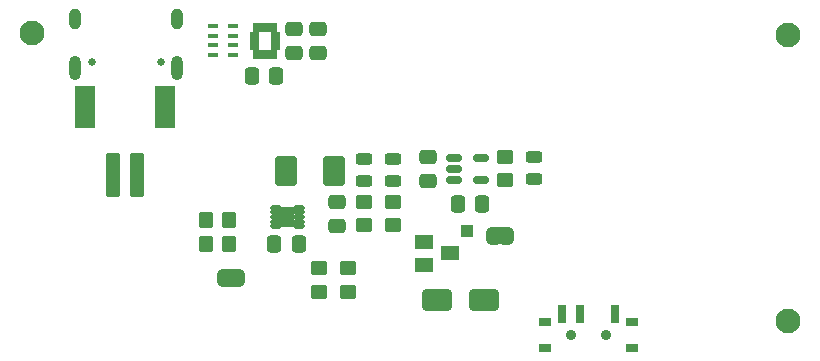
<source format=gbr>
%TF.GenerationSoftware,KiCad,Pcbnew,9.0.2*%
%TF.CreationDate,2025-11-18T20:52:18-03:00*%
%TF.ProjectId,Smart_insoles_2025_v1,536d6172-745f-4696-9e73-6f6c65735f32,rev?*%
%TF.SameCoordinates,Original*%
%TF.FileFunction,Soldermask,Bot*%
%TF.FilePolarity,Negative*%
%FSLAX46Y46*%
G04 Gerber Fmt 4.6, Leading zero omitted, Abs format (unit mm)*
G04 Created by KiCad (PCBNEW 9.0.2) date 2025-11-18 20:52:18*
%MOMM*%
%LPD*%
G01*
G04 APERTURE LIST*
G04 Aperture macros list*
%AMRoundRect*
0 Rectangle with rounded corners*
0 $1 Rounding radius*
0 $2 $3 $4 $5 $6 $7 $8 $9 X,Y pos of 4 corners*
0 Add a 4 corners polygon primitive as box body*
4,1,4,$2,$3,$4,$5,$6,$7,$8,$9,$2,$3,0*
0 Add four circle primitives for the rounded corners*
1,1,$1+$1,$2,$3*
1,1,$1+$1,$4,$5*
1,1,$1+$1,$6,$7*
1,1,$1+$1,$8,$9*
0 Add four rect primitives between the rounded corners*
20,1,$1+$1,$2,$3,$4,$5,0*
20,1,$1+$1,$4,$5,$6,$7,0*
20,1,$1+$1,$6,$7,$8,$9,0*
20,1,$1+$1,$8,$9,$2,$3,0*%
%AMFreePoly0*
4,1,23,0.500000,-0.750000,0.000000,-0.750000,0.000000,-0.745722,-0.065263,-0.745722,-0.191342,-0.711940,-0.304381,-0.646677,-0.396677,-0.554381,-0.461940,-0.441342,-0.495722,-0.315263,-0.495722,-0.250000,-0.500000,-0.250000,-0.500000,0.250000,-0.495722,0.250000,-0.495722,0.315263,-0.461940,0.441342,-0.396677,0.554381,-0.304381,0.646677,-0.191342,0.711940,-0.065263,0.745722,0.000000,0.745722,
0.000000,0.750000,0.500000,0.750000,0.500000,-0.750000,0.500000,-0.750000,$1*%
%AMFreePoly1*
4,1,23,0.000000,0.745722,0.065263,0.745722,0.191342,0.711940,0.304381,0.646677,0.396677,0.554381,0.461940,0.441342,0.495722,0.315263,0.495722,0.250000,0.500000,0.250000,0.500000,-0.250000,0.495722,-0.250000,0.495722,-0.315263,0.461940,-0.441342,0.396677,-0.554381,0.304381,-0.646677,0.191342,-0.711940,0.065263,-0.745722,0.000000,-0.745722,0.000000,-0.750000,-0.500000,-0.750000,
-0.500000,0.750000,0.000000,0.750000,0.000000,0.745722,0.000000,0.745722,$1*%
G04 Aperture macros list end*
%ADD10C,0.010000*%
%ADD11C,0.650000*%
%ADD12O,1.000000X2.100000*%
%ADD13O,1.000000X1.800000*%
%ADD14C,2.100000*%
%ADD15RoundRect,0.250000X0.337500X0.475000X-0.337500X0.475000X-0.337500X-0.475000X0.337500X-0.475000X0*%
%ADD16RoundRect,0.250000X0.450000X-0.350000X0.450000X0.350000X-0.450000X0.350000X-0.450000X-0.350000X0*%
%ADD17RoundRect,0.250000X0.350000X0.450000X-0.350000X0.450000X-0.350000X-0.450000X0.350000X-0.450000X0*%
%ADD18RoundRect,0.250000X-0.475000X0.337500X-0.475000X-0.337500X0.475000X-0.337500X0.475000X0.337500X0*%
%ADD19FreePoly0,0.000000*%
%ADD20FreePoly1,0.000000*%
%ADD21RoundRect,0.285750X0.666750X0.984250X-0.666750X0.984250X-0.666750X-0.984250X0.666750X-0.984250X0*%
%ADD22RoundRect,0.250000X1.000000X0.650000X-1.000000X0.650000X-1.000000X-0.650000X1.000000X-0.650000X0*%
%ADD23RoundRect,0.102000X-0.380000X-0.110000X0.380000X-0.110000X0.380000X0.110000X-0.380000X0.110000X0*%
%ADD24RoundRect,0.102000X-0.450000X-0.750000X0.450000X-0.750000X0.450000X0.750000X-0.450000X0.750000X0*%
%ADD25R,1.000000X1.000000*%
%ADD26R,1.000000X0.800000*%
%ADD27C,0.900000*%
%ADD28R,0.700000X1.500000*%
%ADD29RoundRect,0.250000X-0.337500X-0.475000X0.337500X-0.475000X0.337500X0.475000X-0.337500X0.475000X0*%
%ADD30R,0.900000X0.400000*%
%ADD31RoundRect,0.243750X-0.456250X0.243750X-0.456250X-0.243750X0.456250X-0.243750X0.456250X0.243750X0*%
%ADD32RoundRect,0.150000X-0.512500X-0.150000X0.512500X-0.150000X0.512500X0.150000X-0.512500X0.150000X0*%
%ADD33RoundRect,0.102000X-0.500000X-1.750000X0.500000X-1.750000X0.500000X1.750000X-0.500000X1.750000X0*%
%ADD34RoundRect,0.102000X-0.750000X-1.700000X0.750000X-1.700000X0.750000X1.700000X-0.750000X1.700000X0*%
%ADD35RoundRect,0.102000X0.700000X-0.500000X0.700000X0.500000X-0.700000X0.500000X-0.700000X-0.500000X0*%
G04 APERTURE END LIST*
%TO.C,JP2*%
G36*
X124350000Y-93200000D02*
G01*
X124650000Y-93200000D01*
X124650000Y-91700000D01*
X124350000Y-91700000D01*
X124350000Y-93200000D01*
G37*
%TO.C,JP1*%
G36*
X147125000Y-89600000D02*
G01*
X147425000Y-89600000D01*
X147425000Y-88100000D01*
X147125000Y-88100000D01*
X147125000Y-89600000D01*
G37*
D10*
%TO.C,U3*%
X126755000Y-72042500D02*
X126080000Y-72042500D01*
X126080000Y-71592500D01*
X126755000Y-71592500D01*
X126755000Y-72042500D01*
G36*
X126755000Y-72042500D02*
G01*
X126080000Y-72042500D01*
X126080000Y-71592500D01*
X126755000Y-71592500D01*
X126755000Y-72042500D01*
G37*
X126755000Y-72542500D02*
X126080000Y-72542500D01*
X126080000Y-72092500D01*
X126755000Y-72092500D01*
X126755000Y-72542500D01*
G36*
X126755000Y-72542500D02*
G01*
X126080000Y-72542500D01*
X126080000Y-72092500D01*
X126755000Y-72092500D01*
X126755000Y-72542500D01*
G37*
X126755000Y-73042500D02*
X126080000Y-73042500D01*
X126080000Y-72592500D01*
X126755000Y-72592500D01*
X126755000Y-73042500D01*
G36*
X126755000Y-73042500D02*
G01*
X126080000Y-73042500D01*
X126080000Y-72592500D01*
X126755000Y-72592500D01*
X126755000Y-73042500D01*
G37*
X126805000Y-71492500D02*
X126355000Y-71492500D01*
X126355000Y-70817500D01*
X126805000Y-70817500D01*
X126805000Y-71492500D01*
G36*
X126805000Y-71492500D02*
G01*
X126355000Y-71492500D01*
X126355000Y-70817500D01*
X126805000Y-70817500D01*
X126805000Y-71492500D01*
G37*
X126805000Y-73817500D02*
X126355000Y-73817500D01*
X126355000Y-73142500D01*
X126805000Y-73142500D01*
X126805000Y-73817500D01*
G36*
X126805000Y-73817500D02*
G01*
X126355000Y-73817500D01*
X126355000Y-73142500D01*
X126805000Y-73142500D01*
X126805000Y-73817500D01*
G37*
X127305000Y-71492500D02*
X126855000Y-71492500D01*
X126855000Y-70817500D01*
X127305000Y-70817500D01*
X127305000Y-71492500D01*
G36*
X127305000Y-71492500D02*
G01*
X126855000Y-71492500D01*
X126855000Y-70817500D01*
X127305000Y-70817500D01*
X127305000Y-71492500D01*
G37*
X127305000Y-73817500D02*
X126855000Y-73817500D01*
X126855000Y-73142500D01*
X127305000Y-73142500D01*
X127305000Y-73817500D01*
G36*
X127305000Y-73817500D02*
G01*
X126855000Y-73817500D01*
X126855000Y-73142500D01*
X127305000Y-73142500D01*
X127305000Y-73817500D01*
G37*
X127805000Y-71492500D02*
X127355000Y-71492500D01*
X127355000Y-70817500D01*
X127805000Y-70817500D01*
X127805000Y-71492500D01*
G36*
X127805000Y-71492500D02*
G01*
X127355000Y-71492500D01*
X127355000Y-70817500D01*
X127805000Y-70817500D01*
X127805000Y-71492500D01*
G37*
X127805000Y-73817500D02*
X127355000Y-73817500D01*
X127355000Y-73142500D01*
X127805000Y-73142500D01*
X127805000Y-73817500D01*
G36*
X127805000Y-73817500D02*
G01*
X127355000Y-73817500D01*
X127355000Y-73142500D01*
X127805000Y-73142500D01*
X127805000Y-73817500D01*
G37*
X128305000Y-71492500D02*
X127855000Y-71492500D01*
X127855000Y-70817500D01*
X128305000Y-70817500D01*
X128305000Y-71492500D01*
G36*
X128305000Y-71492500D02*
G01*
X127855000Y-71492500D01*
X127855000Y-70817500D01*
X128305000Y-70817500D01*
X128305000Y-71492500D01*
G37*
X128305000Y-73817500D02*
X127855000Y-73817500D01*
X127855000Y-73142500D01*
X128305000Y-73142500D01*
X128305000Y-73817500D01*
G36*
X128305000Y-73817500D02*
G01*
X127855000Y-73817500D01*
X127855000Y-73142500D01*
X128305000Y-73142500D01*
X128305000Y-73817500D01*
G37*
X128580000Y-72042500D02*
X127905000Y-72042500D01*
X127905000Y-71592500D01*
X128580000Y-71592500D01*
X128580000Y-72042500D01*
G36*
X128580000Y-72042500D02*
G01*
X127905000Y-72042500D01*
X127905000Y-71592500D01*
X128580000Y-71592500D01*
X128580000Y-72042500D01*
G37*
X128580000Y-72542500D02*
X127905000Y-72542500D01*
X127905000Y-72092500D01*
X128580000Y-72092500D01*
X128580000Y-72542500D01*
G36*
X128580000Y-72542500D02*
G01*
X127905000Y-72542500D01*
X127905000Y-72092500D01*
X128580000Y-72092500D01*
X128580000Y-72542500D01*
G37*
X128580000Y-73042500D02*
X127905000Y-73042500D01*
X127905000Y-72592500D01*
X128580000Y-72592500D01*
X128580000Y-73042500D01*
G36*
X128580000Y-73042500D02*
G01*
X127905000Y-73042500D01*
X127905000Y-72592500D01*
X128580000Y-72592500D01*
X128580000Y-73042500D01*
G37*
%TD*%
D11*
%TO.C,J2*%
X118540000Y-74180000D03*
X112760000Y-74180000D03*
D12*
X119970000Y-74680000D03*
D13*
X119970000Y-70500000D03*
D12*
X111330000Y-74680000D03*
D13*
X111330000Y-70500000D03*
%TD*%
D14*
%TO.C,H1*%
X107650000Y-71665000D03*
%TD*%
%TO.C,H3*%
X171650000Y-71865000D03*
%TD*%
%TO.C,H2*%
X171650000Y-96065000D03*
%TD*%
D15*
%TO.C,C16*%
X130250000Y-89600000D03*
X128175000Y-89600000D03*
%TD*%
D16*
%TO.C,R25*%
X134425000Y-93600000D03*
X134425000Y-91600000D03*
%TD*%
D17*
%TO.C,R13*%
X124350000Y-89550000D03*
X122350000Y-89550000D03*
%TD*%
D18*
%TO.C,C15*%
X129830000Y-71317500D03*
X129830000Y-73392500D03*
%TD*%
D19*
%TO.C,JP2*%
X123850000Y-92450000D03*
D20*
X125150000Y-92450000D03*
%TD*%
D17*
%TO.C,R27*%
X124350000Y-87550000D03*
X122350000Y-87550000D03*
%TD*%
D19*
%TO.C,JP1*%
X146625000Y-88850000D03*
D20*
X147925000Y-88850000D03*
%TD*%
D21*
%TO.C,TH1*%
X133250000Y-83400000D03*
X129186000Y-83400000D03*
%TD*%
D15*
%TO.C,C24*%
X128330000Y-75317500D03*
X126255000Y-75317500D03*
%TD*%
D16*
%TO.C,R26*%
X131925000Y-93600000D03*
X131925000Y-91600000D03*
%TD*%
%TO.C,R28*%
X147700000Y-84150000D03*
X147700000Y-82150000D03*
%TD*%
D22*
%TO.C,D5*%
X145950000Y-94300000D03*
X141950000Y-94300000D03*
%TD*%
D23*
%TO.C,U7*%
X128280000Y-88075000D03*
X128280000Y-87675000D03*
X128280000Y-87275000D03*
X128280000Y-86875000D03*
X128280000Y-86475000D03*
X130250000Y-86475000D03*
X130250000Y-86875000D03*
X130250000Y-87275000D03*
X130250000Y-87675000D03*
X130250000Y-88075000D03*
D24*
X129265000Y-87275000D03*
%TD*%
D25*
%TO.C,TP4*%
X144450000Y-88425000D03*
%TD*%
D26*
%TO.C,SW3*%
X158425000Y-98335000D03*
X158425000Y-96125000D03*
D27*
X156275000Y-97235000D03*
X153275000Y-97235000D03*
D26*
X151125000Y-98335000D03*
X151125000Y-96125000D03*
D28*
X157025000Y-95475000D03*
X154025000Y-95475000D03*
X152525000Y-95475000D03*
%TD*%
D29*
%TO.C,C23*%
X143700000Y-86150000D03*
X145775000Y-86150000D03*
%TD*%
D30*
%TO.C,RN1*%
X124680000Y-71117500D03*
X124680000Y-71917500D03*
X124680000Y-72717500D03*
X124680000Y-73517500D03*
X122980000Y-73517500D03*
X122980000Y-72717500D03*
X122980000Y-71917500D03*
X122980000Y-71117500D03*
%TD*%
D31*
%TO.C,D2*%
X150200000Y-82212500D03*
X150200000Y-84087500D03*
%TD*%
D32*
%TO.C,U1*%
X143425000Y-84150000D03*
X143425000Y-83200000D03*
X143425000Y-82250000D03*
X145700000Y-82250000D03*
X145700000Y-84150000D03*
%TD*%
D33*
%TO.C,J4*%
X114525000Y-83712500D03*
X116525000Y-83712500D03*
D34*
X112175000Y-77962500D03*
X118875000Y-77962500D03*
%TD*%
D31*
%TO.C,D1*%
X135750000Y-82325000D03*
X135750000Y-84200000D03*
%TD*%
D16*
%TO.C,R20*%
X138250000Y-87975000D03*
X138250000Y-85975000D03*
%TD*%
D18*
%TO.C,C14*%
X131830000Y-71317500D03*
X131830000Y-73392500D03*
%TD*%
D35*
%TO.C,Q2*%
X140825000Y-91300000D03*
X140825000Y-89400000D03*
X143025000Y-90350000D03*
%TD*%
D18*
%TO.C,C19*%
X133450000Y-86000000D03*
X133450000Y-88075000D03*
%TD*%
D31*
%TO.C,D3*%
X138250000Y-82325000D03*
X138250000Y-84200000D03*
%TD*%
D18*
%TO.C,C22*%
X141200000Y-82150000D03*
X141200000Y-84225000D03*
%TD*%
D16*
%TO.C,R21*%
X135750000Y-87975000D03*
X135750000Y-85975000D03*
%TD*%
M02*

</source>
